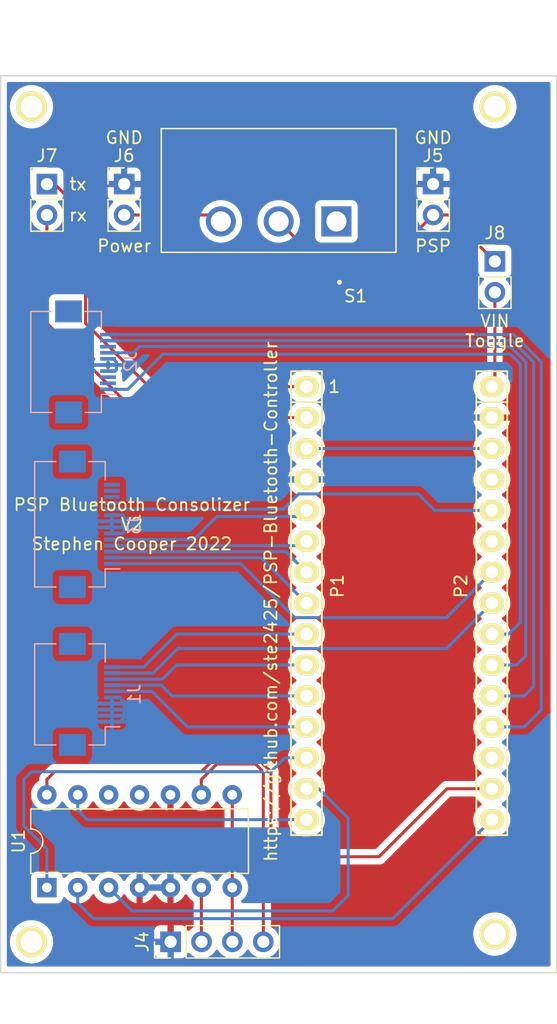
<source format=kicad_pcb>
(kicad_pcb (version 20211014) (generator pcbnew)
  (title_block (date "jeu. 02 avril 2015"))
  (layers (0 "F.Cu" signal) (31 "B.Cu" signal) (34 "B.Paste" user) (35 "F.Paste" user) (36 "B.SilkS" user "B.Silkscreen") (37 "F.SilkS" user "F.Silkscreen") (38 "B.Mask" user) (39 "F.Mask" user) (44 "Edge.Cuts" user))
  (net 0 "")
  (net 1 "/1(Tx)")
  (net 2 "/0(Rx)")
  (net 3 "/Reset")
  (net 4 "GND")
  (net 5 "/2")
  (net 6 "/3(**)")
  (net 7 "/4")
  (net 8 "/5(**)")
  (net 9 "/6(**)")
  (net 10 "/7")
  (net 11 "/8")
  (net 12 "/9(**)")
  (net 13 "/A4 (D18)")
  (net 14 "+5V")
  (net 15 "/A5 (D19)")
  (net 16 "/A0 (D14)")
  (net 19 "/A1 (D15)")
  (net 21 "/A2 (D16)")
  (net 22 "/A3 (D17)")
  (net 23 "/AREF")
  (net 24 "/13(SCK)")
  (net 25 "+3V3")
  (net 26 "/12(MISO)")
  (net 27 "/10(**{slash}SS)")
  (net 28 "/11(**{slash}MOSI)")
  (net 33 "/A7 (D21)")
  (net 38 "Net-(J4-Pad2)")
  (net 39 "Net-(J4-Pad3)")
  (net 40 "Net-(J4-Pad4)")
  (net 41 "VIN")
  (net 42 "Net-(J6-Pad2)")
  (net 43 "/A6 (D20)")
  (net 47 "Net-(J5-Pad2)")
  (footprint "Socket_Arduino_Nano:Socket_Strip_Arduino_1x15" (layer "F.Cu") (at 139.446 71.247 -90)
    (fp_text reference "P1" (at 16.383 -2.54 -90) (layer "F.SilkS"))
    (fp_text value "Digital")
    (fp_line (start 1.27 -1.27) (end 36.83 -1.27) (layer "F.SilkS") (width 0.15))
    (fp_line (start -1.27 1.27) (end 1.27 1.27) (layer "F.SilkS") (width 0.15))
    (fp_line (start 36.83 1.27) (end 1.27 1.27) (layer "F.SilkS") (width 0.15))
    (fp_line (start 36.83 -1.27) (end 36.83 1.27) (layer "F.SilkS") (width 0.15))
    (fp_line (start 1.27 -1.27) (end -1.27 -1.27) (layer "F.SilkS") (width 0.15))
    (fp_line (start -1.27 -1.27) (end -1.27 1.27) (layer "F.SilkS") (width 0.15))
    (fp_line (start 1.27 1.27) (end 1.27 -1.27) (layer "F.SilkS") (width 0.15))
    (pad "1" thru_hole oval locked (at 0 0 270) (size 1.7272 2.032) (drill 1.016) (layers *.Cu *.Mask "F.SilkS") (net 1 "/1(Tx)"))
    (pad "2" thru_hole oval locked (at 2.54 0 270) (size 1.7272 2.032) (drill 1.016) (layers *.Cu *.Mask "F.SilkS") (net 2 "/0(Rx)"))
    (pad "3" thru_hole oval locked (at 5.08 0 270) (size 1.7272 2.032) (drill 1.016) (layers *.Cu *.Mask "F.SilkS") (net 3 "/Reset"))
    (pad "4" thru_hole oval locked (at 7.62 0 270) (size 1.7272 2.032) (drill 1.016) (layers *.Cu *.Mask "F.SilkS") (net 4 "GND"))
    (pad "5" thru_hole oval locked (at 10.16 0 270) (size 1.7272 2.032) (drill 1.016) (layers *.Cu *.Mask "F.SilkS") (net 5 "/2"))
    (pad "6" thru_hole oval locked (at 12.7 0 270) (size 1.7272 2.032) (drill 1.016) (layers *.Cu *.Mask "F.SilkS") (net 6 "/3(**)"))
    (pad "7" thru_hole oval locked (at 15.24 0 270) (size 1.7272 2.032) (drill 1.016) (layers *.Cu *.Mask "F.SilkS") (net 7 "/4"))
    (pad "8" thru_hole oval locked (at 17.78 0 270) (size 1.7272 2.032) (drill 1.016) (layers *.Cu *.Mask "F.SilkS") (net 8 "/5(**)"))
    (pad "9" thru_hole oval locked (at 20.32 0 270) (size 1.7272 2.032) (drill 1.016) (layers *.Cu *.Mask "F.SilkS") (net 9 "/6(**)"))
    (pad "10" thru_hole oval locked (at 22.86 0 270) (size 1.7272 2.032) (drill 1.016) (layers *.Cu *.Mask "F.SilkS") (net 10 "/7"))
    (pad "11" thru_hole oval locked (at 25.4 0 270) (size 1.7272 2.032) (drill 1.016) (layers *.Cu *.Mask "F.SilkS") (net 11 "/8"))
    (pad "12" thru_hole oval locked (at 27.94 0 270) (size 1.7272 2.032) (drill 1.016) (layers *.Cu *.Mask "F.SilkS") (net 12 "/9(**)"))
    (pad "13" thru_hole oval locked (at 30.48 0 270) (size 1.7272 2.032) (drill 1.016) (layers *.Cu *.Mask "F.SilkS") (net 27 "/10(**{slash}SS)"))
    (pad "14" thru_hole oval locked (at 33.02 0 270) (size 1.7272 2.032) (drill 1.016) (layers *.Cu *.Mask "F.SilkS") (net 28 "/11(**{slash}MOSI)"))
    (pad "15" thru_hole oval locked (at 35.56 0 270) (size 1.7272 2.032) (drill 1.016) (layers *.Cu *.Mask "F.SilkS") (net 26 "/12(MISO)"))
  )
  (footprint "Socket_Arduino_Nano:Socket_Strip_Arduino_1x15" (layer "F.Cu") (at 154.686 71.247 -90)
    (fp_text reference "P2" (at 16.383 2.54 -90) (layer "F.SilkS"))
    (fp_text value "Analog")
    (fp_line (start -1.27 -1.27) (end -1.27 1.27) (layer "F.SilkS") (width 0.15))
    (fp_line (start 1.27 -1.27) (end -1.27 -1.27) (layer "F.SilkS") (width 0.15))
    (fp_line (start 36.83 -1.27) (end 36.83 1.27) (layer "F.SilkS") (width 0.15))
    (fp_line (start 1.27 -1.27) (end 36.83 -1.27) (layer "F.SilkS") (width 0.15))
    (fp_line (start 1.27 1.27) (end 1.27 -1.27) (layer "F.SilkS") (width 0.15))
    (fp_line (start -1.27 1.27) (end 1.27 1.27) (layer "F.SilkS") (width 0.15))
    (fp_line (start 36.83 1.27) (end 1.27 1.27) (layer "F.SilkS") (width 0.15))
    (pad "1" thru_hole oval locked (at 0 0 270) (size 1.7272 2.032) (drill 1.016) (layers *.Cu *.Mask "F.SilkS") (net 41 "VIN"))
    (pad "2" thru_hole oval locked (at 2.54 0 270) (size 1.7272 2.032) (drill 1.016) (layers *.Cu *.Mask "F.SilkS") (net 4 "GND"))
    (pad "3" thru_hole oval locked (at 5.08 0 270) (size 1.7272 2.032) (drill 1.016) (layers *.Cu *.Mask "F.SilkS") (net 3 "/Reset"))
    (pad "4" thru_hole oval locked (at 7.62 0 270) (size 1.7272 2.032) (drill 1.016) (layers *.Cu *.Mask "F.SilkS") (net 14 "+5V"))
    (pad "5" thru_hole oval locked (at 10.16 0 270) (size 1.7272 2.032) (drill 1.016) (layers *.Cu *.Mask "F.SilkS") (net 33 "/A7 (D21)"))
    (pad "6" thru_hole oval locked (at 12.7 0 270) (size 1.7272 2.032) (drill 1.016) (layers *.Cu *.Mask "F.SilkS") (net 43 "/A6 (D20)"))
    (pad "7" thru_hole oval locked (at 15.24 0 270) (size 1.7272 2.032) (drill 1.016) (layers *.Cu *.Mask "F.SilkS") (net 15 "/A5 (D19)"))
    (pad "8" thru_hole oval locked (at 17.78 0 270) (size 1.7272 2.032) (drill 1.016) (layers *.Cu *.Mask "F.SilkS") (net 13 "/A4 (D18)"))
    (pad "9" thru_hole oval locked (at 20.32 0 270) (size 1.7272 2.032) (drill 1.016) (layers *.Cu *.Mask "F.SilkS") (net 22 "/A3 (D17)"))
    (pad "10" thru_hole oval locked (at 22.86 0 270) (size 1.7272 2.032) (drill 1.016) (layers *.Cu *.Mask "F.SilkS") (net 21 "/A2 (D16)"))
    (pad "11" thru_hole oval locked (at 25.4 0 270) (size 1.7272 2.032) (drill 1.016) (layers *.Cu *.Mask "F.SilkS") (net 19 "/A1 (D15)"))
    (pad "12" thru_hole oval locked (at 27.94 0 270) (size 1.7272 2.032) (drill 1.016) (layers *.Cu *.Mask "F.SilkS") (net 16 "/A0 (D14)"))
    (pad "13" thru_hole oval locked (at 30.48 0 270) (size 1.7272 2.032) (drill 1.016) (layers *.Cu *.Mask "F.SilkS") (net 23 "/AREF"))
    (pad "14" thru_hole oval locked (at 33.02 0 270) (size 1.7272 2.032) (drill 1.016) (layers *.Cu *.Mask "F.SilkS") (net 25 "+3V3"))
    (pad "15" thru_hole oval locked (at 35.56 0 270) (size 1.7272 2.032) (drill 1.016) (layers *.Cu *.Mask "F.SilkS") (net 24 "/13(SCK)"))
  )
  (footprint "Socket_Arduino_Nano:1pin_Nano" (layer "F.Cu") (at 116.84 48.26)
    (fp_text reference "P3" hide)
    (fp_text value "CONN_01X01" hide)
    (pad "1" thru_hole circle locked (at 0 0) (size 2.54 2.54) (drill 1.778) (layers *.Cu *.Mask "F.SilkS"))
  )
  (footprint "Socket_Arduino_Nano:1pin_Nano" (layer "F.Cu") (at 116.84 116.84)
    (fp_text reference "P4" hide)
    (fp_text value "CONN_01X01" hide)
    (pad "1" thru_hole circle locked (at 0 0) (size 2.54 2.54) (drill 1.778) (layers *.Cu *.Mask "F.SilkS"))
  )
  (footprint "Socket_Arduino_Nano:1pin_Nano" (layer "F.Cu") (at 154.94 116.205)
    (fp_text reference "P5" hide)
    (fp_text value "CONN_01X01" hide)
    (pad "1" thru_hole circle locked (at 0 0) (size 2.54 2.54) (drill 1.778) (layers *.Cu *.Mask "F.SilkS"))
  )
  (footprint "Socket_Arduino_Nano:1pin_Nano" (layer "F.Cu") (at 154.94 48.26)
    (fp_text reference "P6" hide)
    (fp_text value "CONN_01X01" hide)
    (pad "1" thru_hole circle locked (at 0 0) (size 2.54 2.54) (drill 1.778) (layers *.Cu *.Mask "F.SilkS"))
  )
  (footprint "L102021ML04Q:SW_L102021ML04Q" (layer "F.Cu") (at 137.16 57.6725 180)
    (fp_text reference "S1" (at -6.325 -6.135) (layer "F.SilkS"))
    (fp_text value "L102021ML04Q")
    (fp_line (start -9.65 7.62) (end -9.65 -2.54) (layer "F.SilkS") (width 0.127))
    (fp_line (start 9.65 -2.54) (end 9.65 7.62) (layer "F.SilkS") (width 0.127))
    (fp_line (start 9.65 7.62) (end -9.65 7.62) (layer "F.SilkS") (width 0.127))
    (fp_line (start -9.65 -2.54) (end 9.65 -2.54) (layer "F.SilkS") (width 0.127))
    (fp_circle (center -5 -5) (end -4.9 -5) (layer "F.SilkS") (width 0.2) (fill none))
    (pad "1" thru_hole rect (at -4.75 0 180) (size 2.475 2.475) (drill 1.65) (layers *.Cu *.Mask))
    (pad "2" thru_hole circle (at 0 0 180) (size 2.475 2.475) (drill 1.65) (layers *.Cu *.Mask) (net 47 "Net-(J5-Pad2)"))
    (pad "3" thru_hole circle (at 4.75 0 180) (size 2.475 2.475) (drill 1.65) (layers *.Cu *.Mask) (net 42 "Net-(J6-Pad2)"))
  )
  (footprint "Package_DIP:DIP-14_W7.62mm" (layer "F.Cu") (at 118.105 112.385 90)
    (fp_text reference "U1" (at 3.81 -2.33 90) (layer "F.SilkS"))
    (fp_text value "MCP4251-xxxx-P")
    (fp_line (start 2.81 -1.33) (end 1.16 -1.33) (layer "F.SilkS") (width 0.12))
    (fp_line (start 1.16 16.57) (end 6.46 16.57) (layer "F.SilkS") (width 0.12))
    (fp_line (start 6.46 -1.33) (end 4.81 -1.33) (layer "F.SilkS") (width 0.12))
    (fp_line (start 6.46 16.57) (end 6.46 -1.33) (layer "F.SilkS") (width 0.12))
    (fp_line (start 1.16 -1.33) (end 1.16 16.57) (layer "F.SilkS") (width 0.12))
    (fp_arc (start 4.81 -1.33) (mid 3.81 -0.33) (end 2.81 -1.33) (layer "F.SilkS") (width 0.12))
    (pad "1" thru_hole rect (at 0 0 90) (size 1.6 1.6) (drill 0.8) (layers *.Cu *.Mask) (net 27 "/10(**{slash}SS)"))
    (pad "2" thru_hole oval (at 0 2.54 90) (size 1.6 1.6) (drill 0.8) (layers *.Cu *.Mask) (net 24 "/13(SCK)"))
    (pad "3" thru_hole oval (at 0 5.08 90) (size 1.6 1.6) (drill 0.8) (layers *.Cu *.Mask) (net 28 "/11(**{slash}MOSI)"))
    (pad "4" thru_hole oval (at 0 7.62 90) (size 1.6 1.6) (drill 0.8) (layers *.Cu *.Mask) (net 4 "GND"))
    (pad "5" thru_hole oval (at 0 10.16 90) (size 1.6 1.6) (drill 0.8) (layers *.Cu *.Mask) (net 4 "GND"))
    (pad "6" thru_hole oval (at 0 12.7 90) (size 1.6 1.6) (drill 0.8) (layers *.Cu *.Mask) (net 38 "Net-(J4-Pad2)"))
    (pad "7" thru_hole oval (at 0 15.24 90) (size 1.6 1.6) (drill 0.8) (layers *.Cu *.Mask) (net 39 "Net-(J4-Pad3)"))
    (pad "8" thru_hole oval (at 7.62 15.24 90) (size 1.6 1.6) (drill 0.8) (layers *.Cu *.Mask) (net 39 "Net-(J4-Pad3)"))
    (pad "9" thru_hole oval (at 7.62 12.7 90) (size 1.6 1.6) (drill 0.8) (layers *.Cu *.Mask) (net 40 "Net-(J4-Pad4)"))
    (pad "10" thru_hole oval (at 7.62 10.16 90) (size 1.6 1.6) (drill 0.8) (layers *.Cu *.Mask) (net 4 "GND"))
    (pad "11" thru_hole oval (at 7.62 7.62 90) (size 1.6 1.6) (drill 0.8) (layers *.Cu *.Mask))
    (pad "12" thru_hole oval (at 7.62 5.08 90) (size 1.6 1.6) (drill 0.8) (layers *.Cu *.Mask))
    (pad "13" thru_hole oval (at 7.62 2.54 90) (size 1.6 1.6) (drill 0.8) (layers *.Cu *.Mask) (net 26 "/12(MISO)"))
    (pad "14" thru_hole oval (at 7.62 0 90) (size 1.6 1.6) (drill 0.8) (layers *.Cu *.Mask) (net 25 "+3V3"))
  )
  (footprint "Connector_PinHeader_2.54mm:PinHeader_1x02_P2.54mm_Vertical" (layer "F.Cu") (at 118.11 54.61)
    (fp_text reference "J7" (at 0 -2.33) (layer "F.SilkS"))
    (fp_text value "Serial")
    (fp_line (start -1.33 -1.33) (end 0 -1.33) (layer "F.SilkS") (width 0.12))
    (fp_line (start 1.33 1.27) (end 1.33 3.87) (layer "F.SilkS") (width 0.12))
    (fp_line (start -1.33 3.87) (end 1.33 3.87) (layer "F.SilkS") (width 0.12))
    (fp_line (start -1.33 1.27) (end -1.33 3.87) (layer "F.SilkS") (width 0.12))
    (fp_line (start -1.33 0) (end -1.33 -1.33) (layer "F.SilkS") (width 0.12))
    (fp_line (start -1.33 1.27) (end 1.33 1.27) (layer "F.SilkS") (width 0.12))
    (pad "1" thru_hole rect (at 0 0) (size 1.7 1.7) (drill 1) (layers *.Cu *.Mask) (net 1 "/1(Tx)"))
    (pad "2" thru_hole oval (at 0 2.54) (size 1.7 1.7) (drill 1) (layers *.Cu *.Mask) (net 2 "/0(Rx)"))
  )
  (footprint "Connector_PinHeader_2.54mm:PinHeader_1x04_P2.54mm_Vertical" (layer "F.Cu") (at 128.28 116.84 90)
    (fp_text reference "J4" (at 0 -2.33 90) (layer "F.SilkS"))
    (fp_text value "Analog Connector")
    (fp_line (start -1.33 8.95) (end 1.33 8.95) (layer "F.SilkS") (width 0.12))
    (fp_line (start -1.33 -1.33) (end 0 -1.33) (layer "F.SilkS") (width 0.12))
    (fp_line (start -1.33 1.27) (end 1.33 1.27) (layer "F.SilkS") (width 0.12))
    (fp_line (start -1.33 1.27) (end -1.33 8.95) (layer "F.SilkS") (width 0.12))
    (fp_line (start -1.33 0) (end -1.33 -1.33) (layer "F.SilkS") (width 0.12))
    (fp_line (start 1.33 1.27) (end 1.33 8.95) (layer "F.SilkS") (width 0.12))
    (pad "1" thru_hole rect (at 0 0 90) (size 1.7 1.7) (drill 1) (layers *.Cu *.Mask) (net 4 "GND"))
    (pad "2" thru_hole oval (at 0 2.54 90) (size 1.7 1.7) (drill 1) (layers *.Cu *.Mask) (net 38 "Net-(J4-Pad2)"))
    (pad "3" thru_hole oval (at 0 5.08 90) (size 1.7 1.7) (drill 1) (layers *.Cu *.Mask) (net 39 "Net-(J4-Pad3)"))
    (pad "4" thru_hole oval (at 0 7.62 90) (size 1.7 1.7) (drill 1) (layers *.Cu *.Mask) (net 40 "Net-(J4-Pad4)"))
  )
  (footprint "Connector_PinHeader_2.54mm:PinHeader_1x02_P2.54mm_Vertical" (layer "F.Cu") (at 149.86 54.605)
    (fp_text reference "J5" (at 0 -2.33) (layer "F.SilkS"))
    (fp_text value "PSP Power out")
    (fp_line (start -1.33 -1.33) (end 0 -1.33) (layer "F.SilkS") (width 0.12))
    (fp_line (start -1.33 0) (end -1.33 -1.33) (layer "F.SilkS") (width 0.12))
    (fp_line (start -1.33 1.27) (end -1.33 3.87) (layer "F.SilkS") (width 0.12))
    (fp_line (start -1.33 1.27) (end 1.33 1.27) (layer "F.SilkS") (width 0.12))
    (fp_line (start 1.33 1.27) (end 1.33 3.87) (layer "F.SilkS") (width 0.12))
    (fp_line (start -1.33 3.87) (end 1.33 3.87) (layer "F.SilkS") (width 0.12))
    (pad "1" thru_hole rect (at 0 0) (size 1.7 1.7) (drill 1) (layers *.Cu *.Mask) (net 4 "GND"))
    (pad "2" thru_hole oval (at 0 2.54) (size 1.7 1.7) (drill 1) (layers *.Cu *.Mask) (net 47 "Net-(J5-Pad2)"))
  )
  (footprint "Connector_PinHeader_2.54mm:PinHeader_1x02_P2.54mm_Vertical" (layer "F.Cu") (at 154.94 60.955)
    (fp_text reference "J8" (at 0 -2.33) (layer "F.SilkS"))
    (fp_text value "Vin Toggle")
    (fp_line (start 1.33 1.27) (end 1.33 3.87) (layer "F.SilkS") (width 0.12))
    (fp_line (start -1.33 1.27) (end 1.33 1.27) (layer "F.SilkS") (width 0.12))
    (fp_line (start -1.33 1.27) (end -1.33 3.87) (layer "F.SilkS") (width 0.12))
    (fp_line (start -1.33 3.87) (end 1.33 3.87) (layer "F.SilkS") (width 0.12))
    (fp_line (start -1.33 0) (end -1.33 -1.33) (layer "F.SilkS") (width 0.12))
    (fp_line (start -1.33 -1.33) (end 0 -1.33) (layer "F.SilkS") (width 0.12))
    (pad "1" thru_hole rect (at 0 0) (size 1.7 1.7) (drill 1) (layers *.Cu *.Mask) (net 47 "Net-(J5-Pad2)"))
    (pad "2" thru_hole oval (at 0 2.54) (size 1.7 1.7) (drill 1) (layers *.Cu *.Mask) (net 41 "VIN"))
  )
  (footprint "Connector_PinHeader_2.54mm:PinHeader_1x02_P2.54mm_Vertical" (layer "F.Cu") (at 124.46 54.605)
    (fp_text reference "J6" (at 0 -2.33) (layer "F.SilkS"))
    (fp_text value "Power IN")
    (fp_line (start 1.33 1.27) (end 1.33 3.87) (layer "F.SilkS") (width 0.12))
    (fp_line (start -1.33 1.27) (end -1.33 3.87) (layer "F.SilkS") (width 0.12))
    (fp_line (start -1.33 0) (end -1.33 -1.33) (layer "F.SilkS") (width 0.12))
    (fp_line (start -1.33 3.87) (end 1.33 3.87) (layer "F.SilkS") (width 0.12))
    (fp_line (start -1.33 1.27) (end 1.33 1.27) (layer "F.SilkS") (width 0.12))
    (fp_line (start -1.33 -1.33) (end 0 -1.33) (layer "F.SilkS") (width 0.12))
    (pad "1" thru_hole rect (at 0 0) (size 1.7 1.7) (drill 1) (layers *.Cu *.Mask) (net 4 "GND"))
    (pad "2" thru_hole oval (at 0 2.54) (size 1.7 1.7) (drill 1) (layers *.Cu *.Mask) (net 42 "Net-(J6-Pad2)"))
  )
  (footprint "Connector_FFC-FPC:Hirose_FH12-14S-0.5SH_1x14-1MP_P0.50mm_Horizontal" (layer "B.Cu") (at 121.6 82.55 90)
    (fp_text reference "J3" (at 0 3.7 90) (layer "B.SilkS") (effects (justify mirror)))
    (fp_text value "Right Connector")
    (fp_line (start 3.66 1.3) (end 5.15 1.3) (layer "B.SilkS") (width 0.12))
    (fp_line (start -3.66 1.3) (end -5.15 1.3) (layer "B.SilkS") (width 0.12))
    (fp_line (start -5.15 -4.5) (end 5.15 -4.5) (layer "B.SilkS") (width 0.12))
    (fp_line (start 5.15 -4.5) (end 5.15 -2.76) (layer "B.SilkS") (width 0.12))
    (fp_line (start -3.66 1.3) (end -3.66 2.5) (layer "B.SilkS") (width 0.12))
    (fp_line (start -5.15 -2.76) (end -5.15 -4.5) (layer "B.SilkS") (width 0.12))
    (fp_line (start -5.15 1.3) (end -5.15 -0.04) (layer "B.SilkS") (width 0.12))
    (fp_line (start 5.15 1.3) (end 5.15 -0.04) (layer "B.SilkS") (width 0.12))
    (pad "1" smd rect (at -3.25 1.85 90) (size 0.3 1.3) (layers "B.Cu" "B.Paste" "B.Mask") (net 15 "/A5 (D19)"))
    (pad "2" smd rect (at -2.75 1.85 90) (size 0.3 1.3) (layers "B.Cu" "B.Paste" "B.Mask") (net 8 "/5(**)"))
    (pad "3" smd rect (at -2.25 1.85 90) (size 0.3 1.3) (layers "B.Cu" "B.Paste" "B.Mask") (net 7 "/4"))
    (pad "4" smd rect (at -1.75 1.85 90) (size 0.3 1.3) (layers "B.Cu" "B.Paste" "B.Mask") (net 6 "/3(**)"))
    (pad "5" smd rect (at -1.25 1.85 90) (size 0.3 1.3) (layers "B.Cu" "B.Paste" "B.Mask") (net 5 "/2"))
    (pad "6" smd rect (at -0.75 1.85 90) (size 0.3 1.3) (layers "B.Cu" "B.Paste" "B.Mask") (net 4 "GND"))
    (pad "7" smd rect (at -0.25 1.85 90) (size 0.3 1.3) (layers "B.Cu" "B.Paste" "B.Mask") (net 4 "GND"))
    (pad "8" smd rect (at 0.25 1.85 90) (size 0.3 1.3) (layers "B.Cu" "B.Paste" "B.Mask") (net 4 "GND"))
    (pad "9" smd rect (at 0.75 1.85 90) (size 0.3 1.3) (layers "B.Cu" "B.Paste" "B.Mask") (net 4 "GND"))
    (pad "10" smd rect (at 1.25 1.85 90) (size 0.3 1.3) (layers "B.Cu" "B.Paste" "B.Mask") (net 33 "/A7 (D21)"))
    (pad "11" smd rect (at 1.75 1.85 90) (size 0.3 1.3) (layers "B.Cu" "B.Paste" "B.Mask"))
    (pad "12" smd rect (at 2.25 1.85 90) (size 0.3 1.3) (layers "B.Cu" "B.Paste" "B.Mask"))
    (pad "13" smd rect (at 2.75 1.85 90) (size 0.3 1.3) (layers "B.Cu" "B.Paste" "B.Mask"))
    (pad "14" smd rect (at 3.25 1.85 90) (size 0.3 1.3) (layers "B.Cu" "B.Paste" "B.Mask"))
    (pad "MP" smd rect (at -5.15 -1.4 90) (size 1.8 2.2) (layers "B.Cu" "B.Paste" "B.Mask"))
    (pad "MP" smd rect (at 5.15 -1.4 90) (size 1.8 2.2) (layers "B.Cu" "B.Paste" "B.Mask"))
  )
  (footprint "Connector_FFC-FPC:Hirose_FH12-10S-0.5SH_1x10-1MP_P0.50mm_Horizontal" (layer "B.Cu") (at 121.6 96.52 90)
    (fp_text reference "J1" (at 0 3.7 90) (layer "B.SilkS") (effects (justify mirror)))
    (fp_text value "Left Connector")
    (fp_line (start 4.15 1.3) (end 4.15 -0.04) (layer "B.SilkS") (width 0.12))
    (fp_line (start -4.15 -2.76) (end -4.15 -4.5) (layer "B.SilkS") (width 0.12))
    (fp_line (start 2.66 1.3) (end 4.15 1.3) (layer "B.SilkS") (width 0.12))
    (fp_line (start -4.15 1.3) (end -4.15 -0.04) (layer "B.SilkS") (width 0.12))
    (fp_line (start -2.66 1.3) (end -4.15 1.3) (layer "B.SilkS") (width 0.12))
    (fp_line (start 4.15 -4.5) (end 4.15 -2.76) (layer "B.SilkS") (width 0.12))
    (fp_line (start -4.15 -4.5) (end 4.15 -4.5) (layer "B.SilkS") (width 0.12))
    (fp_line (start -2.66 1.3) (end -2.66 2.5) (layer "B.SilkS") (width 0.12))
    (pad "1" smd rect (at -2.25 1.85 90) (size 0.3 1.3) (layers "B.Cu" "B.Paste" "B.Mask") (net 4 "GND"))
    (pad "2" smd rect (at -1.75 1.85 90) (size 0.3 1.3) (layers "B.Cu" "B.Paste" "B.Mask") (net 4 "GND"))
    (pad "3" smd rect (at -1.25 1.85 90) (size 0.3 1.3) (layers "B.Cu" "B.Paste" "B.Mask") (net 4 "GND"))
    (pad "4" smd rect (at -0.75 1.85 90) (size 0.3 1.3) (layers "B.Cu" "B.Paste" "B.Mask") (net 4 "GND"))
    (pad "5" smd rect (at -0.25 1.85 90) (size 0.3 1.3) (layers "B.Cu" "B.Paste" "B.Mask") (net 4 "GND"))
    (pad "6" smd rect (at 0.25 1.85 90) (size 0.3 1.3) (layers "B.Cu" "B.Paste" "B.Mask") (net 12 "/9(**)"))
    (pad "7" smd rect (at 0.75 1.85 90) (size 0.3 1.3) (layers "B.Cu" "B.Paste" "B.Mask") (net 11 "/8"))
    (pad "8" smd rect (at 1.25 1.85 90) (size 0.3 1.3) (layers "B.Cu" "B.Paste" "B.Mask") (net 10 "/7"))
    (pad "9" smd rect (at 1.75 1.85 90) (size 0.3 1.3) (layers "B.Cu" "B.Paste" "B.Mask") (net 13 "/A4 (D18)"))
    (pad "10" smd rect (at 2.25 1.85 90) (size 0.3 1.3) (layers "B.Cu" "B.Paste" "B.Mask") (net 9 "/6(**)"))
    (pad "MP" smd rect (at -4.15 -1.4 90) (size 1.8 2.2) (layers "B.Cu" "B.Paste" "B.Mask"))
    (pad "MP" smd rect (at 4.15 -1.4 90) (size 1.8 2.2) (layers "B.Cu" "B.Paste" "B.Mask"))
  )
  (footprint "Connector_FFC-FPC:Hirose_FH12-10S-0.5SH_1x10-1MP_P0.50mm_Horizontal" (layer "B.Cu") (at 121.285 69.215 90)
    (fp_text reference "J2" (at 0 3.7 90) (layer "B.SilkS") (effects (justify mirror)))
    (fp_text value "Center Connector")
    (fp_line (start -4.15 1.3) (end -4.15 -0.04) (layer "B.SilkS") (width 0.12))
    (fp_line (start -2.66 1.3) (end -2.66 2.5) (layer "B.SilkS") (width 0.12))
    (fp_line (start -2.66 1.3) (end -4.15 1.3) (layer "B.SilkS") (width 0.12))
    (fp_line (start -4.15 -2.76) (end -4.15 -4.5) (layer "B.SilkS") (width 0.12))
    (fp_line (start 4.15 -4.5) (end 4.15 -2.76) (layer "B.SilkS") (width 0.12))
    (fp_line (start 4.15 1.3) (end 4.15 -0.04) (layer "B.SilkS") (width 0.12))
    (fp_line (start 2.66 1.3) (end 4.15 1.3) (layer "B.SilkS") (width 0.12))
    (fp_line (start -4.15 -4.5) (end 4.15 -4.5) (layer "B.SilkS") (width 0.12))
    (pad "1" smd rect (at -2.25 1.85 90) (size 0.3 1.3) (layers "B.Cu" "B.Paste" "B.Mask") (net 22 "/A3 (D17)"))
    (pad "2" smd rect (at -1.75 1.85 90) (size 0.3 1.3) (layers "B.Cu" "B.Paste" "B.Mask"))
    (pad "3" smd rect (at -1.25 1.85 90) (size 0.3 1.3) (layers "B.Cu" "B.Paste" "B.Mask"))
    (pad "4" smd rect (at -0.75 1.85 90) (size 0.3 1.3) (layers "B.Cu" "B.Paste" "B.Mask") (net 4 "GND"))
    (pad "5" smd rect (at -0.25 1.85 90) (size 0.3 1.3) (layers "B.Cu" "B.Paste" "B.Mask") (net 4 "GND"))
    (pad "6" smd rect (at 0.25 1.85 90) (size 0.3 1.3) (layers "B.Cu" "B.Paste" "B.Mask") (net 4 "GND"))
    (pad "7" smd rect (at 0.75 1.85 90) (size 0.3 1.3) (layers "B.Cu" "B.Paste" "B.Mask") (net 21 "/A2 (D16)"))
    (pad "8" smd rect (at 1.25 1.85 90) (size 0.3 1.3) (layers "B.Cu" "B.Paste" "B.Mask"))
    (pad "9" smd rect (at 1.75 1.85 90) (size 0.3 1.3) (layers "B.Cu" "B.Paste" "B.Mask") (net 19 "/A1 (D15)"))
    (pad "10" smd rect (at 2.25 1.85 90) (size 0.3 1.3) (layers "B.Cu" "B.Paste" "B.Mask") (net 16 "/A0 (D14)"))
    (pad "MP" smd rect (at 4.15 -1.4 90) (size 1.8 2.2) (layers "B.Cu" "B.Paste" "B.Mask"))
    (pad "MP" smd rect (at -4.15 -1.4 90) (size 1.8 2.2) (layers "B.Cu" "B.Paste" "B.Mask"))
  )
  (gr_line (start 114.3 119.38) (end 160.02 119.38) (layer "Edge.Cuts") (width 0.1))
  (gr_line (start 160.02 45.72) (end 114.3 45.72) (layer "Edge.Cuts") (width 0.1))
  (gr_line (start 160.02 119.38) (end 160.02 45.72) (layer "Edge.Cuts") (width 0.1))
  (gr_line (start 114.3 45.72) (end 114.3 119.38) (layer "Edge.Cuts") (width 0.1))
  (gr_text "Power" (at 124.46 59.69) (layer "F.SilkS") (effects (font (size 1 1))))
  (gr_text "rx" (at 120.65 57.15) (layer "F.SilkS") (effects (font (size 1 1))))
  (gr_text "tx" (at 120.65 54.61) (layer "F.SilkS") (effects (font (size 1 1))))
  (gr_text "GND" (at 149.86 50.8) (layer "F.SilkS") (effects (font (size 1 1))))
  (gr_text "GND" (at 124.46 50.8) (layer "F.SilkS") (effects (font (size 1 1))))
  (gr_text "VIN\nToggle" (at 154.94 66.675) (layer "F.SilkS") (effects (font (size 1 1))))
  (gr_text "https://github.com/ste2425/PSP-Bluetooth-Controller" (at 136.525 88.9 90) (layer "F.SilkS") (effects (font (size 1 1))))
  (gr_text "PSP Bluetooth Consolizer\nV2\nStephen Cooper 2022" (at 125.095 82.55) (layer "F.SilkS") (effects (font (size 1 1))))
  (gr_text "1" (at 141.732 71.247) (layer "F.SilkS") (effects (font (size 1 1))))
  (gr_text "PSP" (at 149.86 59.69) (layer "F.SilkS") (effects (font (size 1 1))))
  (segment (start 121.285 66.04) (end 121.285 57.15) (width 0.25) (layer "F.Cu") (net 1))
  (segment (start 121.285 57.15) (end 118.745 54.61) (width 0.25) (layer "F.Cu") (net 1))
  (segment (start 139.446 71.247) (end 126.492 71.247) (width 0.25) (layer "F.Cu") (net 1))
  (segment (start 126.492 71.247) (end 121.285 66.04) (width 0.25) (layer "F.Cu") (net 1))
  (segment (start 118.745 54.61) (end 118.11 54.61) (width 0.25) (layer "F.Cu") (net 1))
  (segment (start 118.11 66.04) (end 118.11 57.15) (width 0.25) (layer "F.Cu") (net 2))
  (segment (start 125.857 73.787) (end 118.11 66.04) (width 0.25) (layer "F.Cu") (net 2))
  (segment (start 139.446 73.787) (end 125.857 73.787) (width 0.25) (layer "F.Cu") (net 2))
  (segment (start 154.686 76.327) (end 139.446 76.327) (width 0.25) (layer "B.Cu") (net 3))
  (segment (start 123.135 68.965) (end 123.575 68.965) (width 0.25) (layer "B.Cu") (net 4))
  (segment (start 123.45 97.77) (end 124.44 97.77) (width 0.25) (layer "B.Cu") (net 4))
  (segment (start 124.21 82.3) (end 124.46 82.55) (width 0.25) (layer "B.Cu") (net 4))
  (segment (start 124.345 81.8) (end 124.46 81.915) (width 0.25) (layer "B.Cu") (net 4))
  (segment (start 123.45 81.8) (end 124.345 81.8) (width 0.25) (layer "B.Cu") (net 4))
  (segment (start 123.45 98.27) (end 124.305 98.27) (width 0.25) (layer "B.Cu") (net 4))
  (segment (start 124.46 98.425) (end 124.46 97.79) (width 0.25) (layer "B.Cu") (net 4))
  (segment (start 124.46 98.425) (end 124.115 98.77) (width 0.25) (layer "B.Cu") (net 4))
  (segment (start 124.46 81.915) (end 124.46 82.55) (width 0.25) (layer "B.Cu") (net 4))
  (segment (start 123.135 69.465) (end 123.575 69.465) (width 0.25) (layer "B.Cu") (net 4))
  (segment (start 123.45 97.27) (end 124.345 97.27) (width 0.25) (layer "B.Cu") (net 4))
  (segment (start 124.46 97.155) (end 124.46 97.79) (width 0.25) (layer "B.Cu") (net 4))
  (segment (start 124.46 82.55) (end 124.46 83.185) (width 0.25) (layer "B.Cu") (net 4))
  (segment (start 124.075 96.77) (end 124.46 97.155) (width 0.25) (layer "B.Cu") (net 4))
  (segment (start 123.825 69.85) (end 123.825 69.215) (width 0.25) (layer "B.Cu") (net 4))
  (segment (start 123.45 82.3) (end 124.21 82.3) (width 0.25) (layer "B.Cu") (net 4))
  (segment (start 124.345 83.3) (end 123.45 83.3) (width 0.25) (layer "B.Cu") (net 4))
  (segment (start 124.44 97.77) (end 124.46 97.79) (width 0.25) (layer "B.Cu") (net 4))
  (segment (start 124.46 83.185) (end 124.345 83.3) (width 0.25) (layer "B.Cu") (net 4))
  (segment (start 124.305 98.27) (end 124.46 98.425) (width 0.25) (layer "B.Cu") (net 4))
  (segment (start 124.345 97.27) (end 124.46 97.155) (width 0.25) (layer "B.Cu") (net 4))
  (segment (start 123.71 69.965) (end 123.825 69.85) (width 0.25) (layer "B.Cu") (net 4))
  (segment (start 123.135 69.965) (end 123.71 69.965) (width 0.25) (layer "B.Cu") (net 4))
  (segment (start 123.825 69.215) (end 123.575 68.965) (width 0.25) (layer "B.Cu") (net 4))
  (segment (start 123.45 82.8) (end 124.21 82.8) (width 0.25) (layer "B.Cu") (net 4))
  (segment (start 123.45 96.77) (end 124.075 96.77) (width 0.25) (layer "B.Cu") (net 4))
  (segment (start 124.21 82.8) (end 124.46 82.55) (width 0.25) (layer "B.Cu") (net 4))
  (segment (start 123.45 98.77) (end 124.115 98.77) (width 0.25) (layer "B.Cu") (net 4))
  (segment (start 132.08 81.915) (end 138.938 81.915) (width 0.25) (layer "B.Cu") (net 5))
  (segment (start 129.54 83.82) (end 130.175 83.82) (width 0.25) (layer "B.Cu") (net 5))
  (segment (start 129.52 83.8) (end 129.54 83.82) (width 0.25) (layer "B.Cu") (net 5))
  (segment (start 130.175 83.82) (end 132.08 81.915) (width 0.25) (layer "B.Cu") (net 5))
  (segment (start 138.938 81.915) (end 139.446 81.407) (width 0.25) (layer "B.Cu") (net 5))
  (segment (start 123.45 83.8) (end 129.52 83.8) (width 0.25) (layer "B.Cu") (net 5))
  (segment (start 139.093 84.3) (end 139.446 83.947) (width 0.25) (layer "B.Cu") (net 6))
  (segment (start 123.45 84.3) (end 139.093 84.3) (width 0.25) (layer "B.Cu") (net 6))
  (segment (start 123.45 84.8) (end 137.759 84.8) (width 0.25) (layer "B.Cu") (net 7))
  (segment (start 137.759 84.8) (end 139.446 86.487) (width 0.25) (layer "B.Cu") (net 7))
  (segment (start 123.45 85.3) (end 135.719 85.3) (width 0.25) (layer "B.Cu") (net 8))
  (segment (start 135.719 85.3) (end 139.446 89.027) (width 0.25) (layer "B.Cu") (net 8))
  (segment (start 126.075 94.27) (end 128.778 91.567) (width 0.25) (layer "B.Cu") (net 9))
  (segment (start 123.45 94.27) (end 126.075 94.27) (width 0.25) (layer "B.Cu") (net 9))
  (segment (start 128.778 91.567) (end 139.446 91.567) (width 0.25) (layer "B.Cu") (net 9))
  (segment (start 127.615 95.27) (end 128.778 94.107) (width 0.25) (layer "B.Cu") (net 10))
  (segment (start 123.45 95.27) (end 127.615 95.27) (width 0.25) (layer "B.Cu") (net 10))
  (segment (start 128.778 94.107) (end 139.446 94.107) (width 0.25) (layer "B.Cu") (net 10))
  (segment (start 123.45 95.77) (end 127.52 95.77) (width 0.25) (layer "B.Cu") (net 11))
  (segment (start 127.52 95.77) (end 128.397 96.647) (width 0.25) (layer "B.Cu") (net 11))
  (segment (start 128.397 96.647) (end 139.446 96.647) (width 0.25) (layer "B.Cu") (net 11))
  (segment (start 123.45 96.27) (end 126.75 96.27) (width 0.25) (layer "B.Cu") (net 12))
  (segment (start 129.667 99.187) (end 139.446 99.187) (width 0.25) (layer "B.Cu") (net 12))
  (segment (start 126.75 96.27) (end 129.667 99.187) (width 0.25) (layer "B.Cu") (net 12))
  (segment (start 128.905 92.71) (end 128.95012 92.75512) (width 0.25) (layer "B.Cu") (net 13))
  (segment (start 123.45 94.77) (end 126.845 94.77) (width 0.25) (layer "B.Cu") (net 13))
  (segment (start 126.845 94.77) (end 128.905 92.71) (width 0.25) (layer "B.Cu") (net 13))
  (segment (start 128.95012 92.75512) (end 150.95788 92.75512) (width 0.25) (layer "B.Cu") (net 13))
  (segment (start 150.95788 92.75512) (end 154.686 89.027) (width 0.25) (layer "B.Cu") (net 13))
  (segment (start 134.06 85.8) (end 138.47512 90.21512) (width 0.25) (layer "B.Cu") (net 15))
  (segment (start 150.95788 90.21512) (end 154.686 86.487) (width 0.25) (layer "B.Cu") (net 15))
  (segment (start 138.47512 90.21512) (end 150.95788 90.21512) (width 0.25) (layer "B.Cu") (net 15))
  (segment (start 123.45 85.8) (end 134.06 85.8) (width 0.25) (layer "B.Cu") (net 15))
  (segment (start 123.135 66.965) (end 156.5 66.965) (width 0.25) (layer "B.Cu") (net 16))
  (segment (start 158.75 97.79) (end 157.353 99.187) (width 0.25) (layer "B.Cu") (net 16))
  (segment (start 156.5 66.965) (end 158.75 69.215) (width 0.25) (layer "B.Cu") (net 16))
  (segment (start 158.75 69.215) (end 158.75 97.79) (width 0.25) (layer "B.Cu") (net 16))
  (segment (start 157.353 99.187) (end 154.686 99.187) (width 0.25) (layer "B.Cu") (net 16))
  (segment (start 123.135 67.465) (end 156.364282 67.465) (width 0.25) (layer "B.Cu") (net 19))
  (segment (start 157.353 96.647) (end 154.686 96.647) (width 0.25) (layer "B.Cu") (net 19))
  (segment (start 156.364282 67.465) (end 158.114641 69.215359) (width 0.25) (layer "B.Cu") (net 19))
  (segment (start 158.114641 69.215359) (end 158.114641 95.885359) (width 0.25) (layer "B.Cu") (net 19))
  (segment (start 158.114641 95.885359) (end 157.353 96.647) (width 0.25) (layer "B.Cu") (net 19))
  (segment (start 157.479282 93.345718) (end 156.718 94.107) (width 0.25) (layer "B.Cu") (net 21))
  (segment (start 156.718 94.107) (end 154.686 94.107) (width 0.25) (layer "B.Cu") (net 21))
  (segment (start 123.135 68.465) (end 125.21 68.465) (width 0.25) (layer "B.Cu") (net 21))
  (segment (start 125.21 68.465) (end 125.73 67.945) (width 0.25) (layer "B.Cu") (net 21))
  (segment (start 157.479282 69.215718) (end 157.479282 93.345718) (width 0.25) (layer "B.Cu") (net 21))
  (segment (start 156.208564 67.945) (end 157.479282 69.215718) (width 0.25) (layer "B.Cu") (net 21))
  (segment (start 125.73 67.945) (end 156.208564 67.945) (width 0.25) (layer "B.Cu") (net 21))
  (segment (start 127.635 68.58) (end 156.207846 68.58) (width 0.25) (layer "B.Cu") (net 22))
  (segment (start 123.135 71.465) (end 124.75 71.465) (width 0.25) (layer "B.Cu") (net 22))
  (segment (start 156.083 91.567) (end 154.686 91.567) (width 0.25) (layer "B.Cu") (net 22))
  (segment (start 157.029762 90.620238) (end 156.083 91.567) (width 0.25) (layer "B.Cu") (net 22))
  (segment (start 156.207846 68.58) (end 157.029762 69.401916) (width 0.25) (layer "B.Cu") (net 22))
  (segment (start 124.75 71.465) (end 127.635 68.58) (width 0.25) (layer "B.Cu") (net 22))
  (segment (start 157.029762 69.401916) (end 157.029762 90.620238) (width 0.25) (layer "B.Cu") (net 22))
  (segment (start 121.92 114.935) (end 146.558 114.935) (width 0.25) (layer "B.Cu") (net 24))
  (segment (start 146.558 114.935) (end 154.686 106.807) (width 0.25) (layer "B.Cu") (net 24))
  (segment (start 120.645 113.66) (end 121.92 114.935) (width 0.25) (layer "B.Cu") (net 24))
  (segment (start 120.645 112.385) (end 120.645 113.66) (width 0.25) (layer "B.Cu") (net 24))
  (segment (start 151.003 104.267) (end 154.686 104.267) (width 0.25) (layer "F.Cu") (net 25))
  (segment (start 137.795 109.855) (end 145.415 109.855) (width 0.25) (layer "F.Cu") (net 25))
  (segment (start 130.809282 102.87) (end 132.079282 101.6) (width 0.25) (layer "F.Cu") (net 25))
  (segment (start 118.105 104.765) (end 118.105 103.51) (width 0.25) (layer "F.Cu") (net 25))
  (segment (start 118.105 103.51) (end 118.745 102.87) (width 0.25) (layer "F.Cu") (net 25))
  (segment (start 136.525 108.585) (end 137.795 109.855) (width 0.25) (layer "F.Cu") (net 25))
  (segment (start 135.255718 101.6) (end 136.525 102.869282) (width 0.25) (layer "F.Cu") (net 25))
  (segment (start 132.079282 101.6) (end 135.255718 101.6) (width 0.25) (layer "F.Cu") (net 25))
  (segment (start 136.525 102.869282) (end 136.525 108.585) (width 0.25) (layer "F.Cu") (net 25))
  (segment (start 145.415 109.855) (end 151.003 104.267) (width 0.25) (layer "F.Cu") (net 25))
  (segment (start 118.745 102.87) (end 130.809282 102.87) (width 0.25) (layer "F.Cu") (net 25))
  (segment (start 120.645 106.04) (end 121.412 106.807) (width 0.25) (layer "B.Cu") (net 26))
  (segment (start 121.412 106.807) (end 139.446 106.807) (width 0.25) (layer "B.Cu") (net 26))
  (segment (start 120.645 104.765) (end 120.645 106.04) (width 0.25) (layer "B.Cu") (net 26))
  (segment (start 118.105 112.385) (end 118.105 109.215) (width 0.25) (layer "B.Cu") (net 27))
  (segment (start 136.525 102.87) (end 137.668 101.727) (width 0.25) (layer "B.Cu") (net 27))
  (segment (start 116.205 103.505) (end 116.84 102.87) (width 0.25) (layer "B.Cu") (net 27))
  (segment (start 116.205 107.315) (end 116.205 103.505) (width 0.25) (layer "B.Cu") (net 27))
  (segment (start 116.84 102.87) (end 136.525 102.87) (width 0.25) (layer "B.Cu") (net 27))
  (segment (start 137.668 101.727) (end 139.446 101.727) (width 0.25) (layer "B.Cu") (net 27))
  (segment (start 118.105 109.215) (end 116.205 107.315) (width 0.25) (layer "B.Cu") (net 27))
  (segment (start 141.605 114.3) (end 142.875 113.03) (width 0.25) (layer "B.Cu") (net 28))
  (segment (start 142.875 106.68) (end 140.462 104.267) (width 0.25) (layer "B.Cu") (net 28))
  (segment (start 140.462 104.267) (end 139.446 104.267) (width 0.25) (layer "B.Cu") (net 28))
  (segment (start 125.1 114.3) (end 141.605 114.3) (width 0.25) (layer "B.Cu") (net 28))
  (segment (start 142.875 113.03) (end 142.875 106.68) (width 0.25) (layer "B.Cu") (net 28))
  (segment (start 123.185 112.385) (end 125.1 114.3) (width 0.25) (layer "B.Cu") (net 28))
  (segment (start 149.987 81.407) (end 154.686 81.407) (width 0.25) (layer "B.Cu") (net 33))
  (segment (start 148.63512 80.05512) (end 149.987 81.407) (width 0.25) (layer "B.Cu") (net 33))
  (segment (start 137.556585 81.3) (end 138.801465 80.05512) (width 0.25) (layer "B.Cu") (net 33))
  (segment (start 138.801465 80.05512) (end 148.63512 80.05512) (width 0.25) (layer "B.Cu") (net 33))
  (segment (start 123.45 81.3) (end 137.556585 81.3) (width 0.25) (layer "B.Cu") (net 33))
  (segment (start 130.805 112.385) (end 130.805 116.825) (width 0.25) (layer "F.Cu") (net 38))
  (segment (start 130.805 116.825) (end 130.82 116.84) (width 0.25) (layer "F.Cu") (net 38))
  (segment (start 133.345 116.825) (end 133.36 116.84) (width 0.25) (layer "F.Cu") (net 39))
  (segment (start 133.345 112.385) (end 133.345 116.825) (width 0.25) (layer "F.Cu") (net 39))
  (segment (start 133.345 112.385) (end 133.345 104.765) (width 0.25) (layer "F.Cu") (net 39))
  (segment (start 130.805 103.51) (end 132.08 102.235) (width 0.25) (layer "F.Cu") (net 40))
  (segment (start 135.255 102.235) (end 135.9 102.88) (width 0.25) (layer "F.Cu") (net 40))
  (segment (start 130.805 104.765) (end 130.805 103.51) (width 0.25) (layer "F.Cu") (net 40))
  (segment (start 132.08 102.235) (end 135.255 102.235) (width 0.25) (layer "F.Cu") (net 40))
  (segment (start 135.9 102.88) (end 135.9 116.84) (width 0.25) (layer "F.Cu") (net 40))
  (segment (start 154.94 70.993) (end 154.686 71.247) (width 0.25) (layer "F.Cu") (net 41))
  (segment (start 154.94 63.495) (end 154.94 70.993) (width 0.25) (layer "F.Cu") (net 41))
  (segment (start 131.8825 57.145) (end 132.41 57.6725) (width 0.25) (layer "F.Cu") (net 42))
  (segment (start 124.46 57.145) (end 131.8825 57.145) (width 0.25) (layer "F.Cu") (net 42))
  (segment (start 140.335 60.8475) (end 140.335 60.96) (width 0.25) (layer "F.Cu") (net 47))
  (segment (start 137.16 57.6725) (end 140.335 60.8475) (width 0.25) (layer "F.Cu") (net 47))
  (segment (start 140.335 60.96) (end 146.045 60.96) (width 0.25) (layer "F.Cu") (net 47))
  (segment (start 151.13 57.145) (end 154.94 60.955) (width 0.25) (layer "F.Cu") (net 47))
  (segment (start 149.86 57.145) (end 151.13 57.145) (width 0.25) (layer "F.Cu") (net 47))
  (segment (start 146.045 60.96) (end 149.86 57.145) (width 0.25) (layer "F.Cu") (net 47))
  (zone (net 4) (net_name "GND") (layers F&B.Cu) (connect_pads (clearance 0.508)) (min_thickness 0.254) (fill yes (thermal_gap 0.508) (thermal_bridge_width 0.508))
    (polygon (pts (xy 160.02 119.38) (xy 114.3 119.38) (xy 114.3 45.72) (xy 160.02 45.72)))
  )
)
</source>
